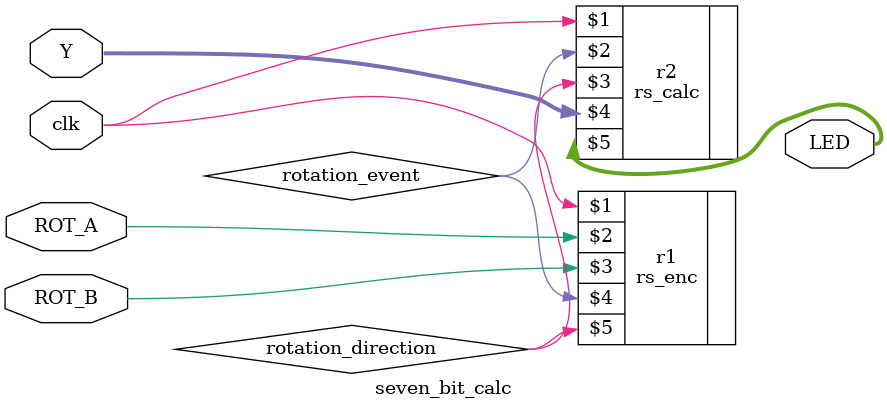
<source format=v>
`timescale 1ns / 1ps
module seven_bit_calc(clk, ROT_A, ROT_B, Y, LED);
	input clk;
	input ROT_A;
	input ROT_B;
	input [3:0]Y;
	
	output [7:0]LED;
	
	wire [7:0]LED;
	wire rotation_event;
	wire rotation_direction;
	
	rs_enc r1(clk, ROT_A, ROT_B, rotation_event, rotation_direction);
	rs_calc r2(clk, rotation_event, rotation_direction, Y, LED);
	
endmodule

</source>
